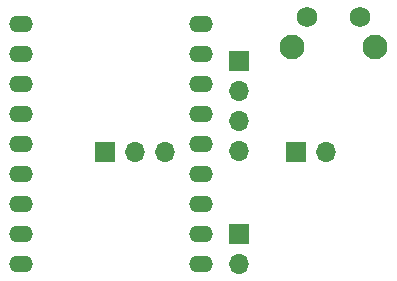
<source format=gbs>
G04 #@! TF.GenerationSoftware,KiCad,Pcbnew,8.0.6*
G04 #@! TF.CreationDate,2024-11-23T11:54:57+01:00*
G04 #@! TF.ProjectId,ChristmasTreeBrain,43687269-7374-46d6-9173-547265654272,rev?*
G04 #@! TF.SameCoordinates,Original*
G04 #@! TF.FileFunction,Soldermask,Bot*
G04 #@! TF.FilePolarity,Negative*
%FSLAX46Y46*%
G04 Gerber Fmt 4.6, Leading zero omitted, Abs format (unit mm)*
G04 Created by KiCad (PCBNEW 8.0.6) date 2024-11-23 11:54:57*
%MOMM*%
%LPD*%
G01*
G04 APERTURE LIST*
%ADD10C,2.100000*%
%ADD11C,1.750000*%
%ADD12O,2.000000X1.400000*%
%ADD13R,1.700000X1.700000*%
%ADD14O,1.700000X1.700000*%
G04 APERTURE END LIST*
D10*
X206680000Y-48150000D03*
X213690000Y-48150000D03*
D11*
X207930000Y-45660000D03*
X212430000Y-45660000D03*
D12*
X183740000Y-46240000D03*
X183740000Y-48780000D03*
X183740000Y-51320000D03*
X183740000Y-53860000D03*
X183740000Y-56400000D03*
X183740000Y-58940000D03*
X183740000Y-61480000D03*
X183740000Y-64020000D03*
X183740000Y-66560000D03*
X198980000Y-66560000D03*
X198980000Y-64020000D03*
X198980000Y-61480000D03*
X198980000Y-58940000D03*
X198980000Y-56400000D03*
X198980000Y-53860000D03*
X198980000Y-51320000D03*
X198980000Y-48780000D03*
X198980000Y-46240000D03*
D13*
X202187686Y-49392309D03*
D14*
X202187686Y-51932309D03*
X202187686Y-54472309D03*
X202187686Y-57012309D03*
D13*
X190869995Y-57080000D03*
D14*
X193409995Y-57080000D03*
X195949995Y-57080000D03*
D13*
X202187686Y-64042309D03*
D14*
X202187686Y-66582309D03*
D13*
X206964995Y-57080000D03*
D14*
X209504995Y-57080000D03*
M02*

</source>
